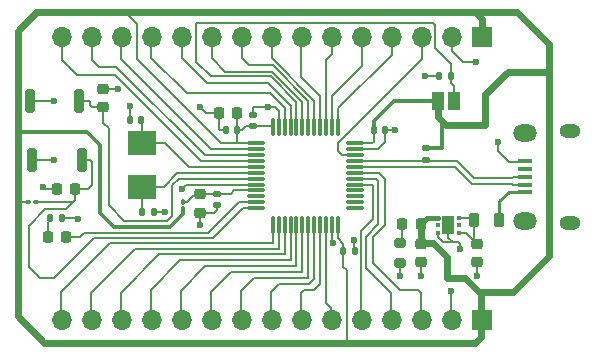
<source format=gbr>
%TF.GenerationSoftware,KiCad,Pcbnew,8.0.7*%
%TF.CreationDate,2025-01-11T18:27:58+02:00*%
%TF.ProjectId,STM32TrialPcb,53544d33-3254-4726-9961-6c5063622e6b,rev?*%
%TF.SameCoordinates,Original*%
%TF.FileFunction,Copper,L1,Top*%
%TF.FilePolarity,Positive*%
%FSLAX46Y46*%
G04 Gerber Fmt 4.6, Leading zero omitted, Abs format (unit mm)*
G04 Created by KiCad (PCBNEW 8.0.7) date 2025-01-11 18:27:58*
%MOMM*%
%LPD*%
G01*
G04 APERTURE LIST*
G04 Aperture macros list*
%AMRoundRect*
0 Rectangle with rounded corners*
0 $1 Rounding radius*
0 $2 $3 $4 $5 $6 $7 $8 $9 X,Y pos of 4 corners*
0 Add a 4 corners polygon primitive as box body*
4,1,4,$2,$3,$4,$5,$6,$7,$8,$9,$2,$3,0*
0 Add four circle primitives for the rounded corners*
1,1,$1+$1,$2,$3*
1,1,$1+$1,$4,$5*
1,1,$1+$1,$6,$7*
1,1,$1+$1,$8,$9*
0 Add four rect primitives between the rounded corners*
20,1,$1+$1,$2,$3,$4,$5,0*
20,1,$1+$1,$4,$5,$6,$7,0*
20,1,$1+$1,$6,$7,$8,$9,0*
20,1,$1+$1,$8,$9,$2,$3,0*%
G04 Aperture macros list end*
%TA.AperFunction,SMDPad,CuDef*%
%ADD10RoundRect,0.200000X-0.200000X-0.800000X0.200000X-0.800000X0.200000X0.800000X-0.200000X0.800000X0*%
%TD*%
%TA.AperFunction,SMDPad,CuDef*%
%ADD11RoundRect,0.218750X-0.218750X-0.256250X0.218750X-0.256250X0.218750X0.256250X-0.218750X0.256250X0*%
%TD*%
%TA.AperFunction,SMDPad,CuDef*%
%ADD12RoundRect,0.135000X0.135000X0.185000X-0.135000X0.185000X-0.135000X-0.185000X0.135000X-0.185000X0*%
%TD*%
%TA.AperFunction,SMDPad,CuDef*%
%ADD13RoundRect,0.140000X0.170000X-0.140000X0.170000X0.140000X-0.170000X0.140000X-0.170000X-0.140000X0*%
%TD*%
%TA.AperFunction,SMDPad,CuDef*%
%ADD14RoundRect,0.100000X0.100000X-0.130000X0.100000X0.130000X-0.100000X0.130000X-0.100000X-0.130000X0*%
%TD*%
%TA.AperFunction,SMDPad,CuDef*%
%ADD15RoundRect,0.135000X-0.135000X-0.185000X0.135000X-0.185000X0.135000X0.185000X-0.135000X0.185000X0*%
%TD*%
%TA.AperFunction,SMDPad,CuDef*%
%ADD16RoundRect,0.225000X-0.250000X0.225000X-0.250000X-0.225000X0.250000X-0.225000X0.250000X0.225000X0*%
%TD*%
%TA.AperFunction,SMDPad,CuDef*%
%ADD17RoundRect,0.218750X0.218750X0.381250X-0.218750X0.381250X-0.218750X-0.381250X0.218750X-0.381250X0*%
%TD*%
%TA.AperFunction,SMDPad,CuDef*%
%ADD18RoundRect,0.075000X-0.662500X-0.075000X0.662500X-0.075000X0.662500X0.075000X-0.662500X0.075000X0*%
%TD*%
%TA.AperFunction,SMDPad,CuDef*%
%ADD19RoundRect,0.075000X-0.075000X-0.662500X0.075000X-0.662500X0.075000X0.662500X-0.075000X0.662500X0*%
%TD*%
%TA.AperFunction,SMDPad,CuDef*%
%ADD20R,1.000000X1.500000*%
%TD*%
%TA.AperFunction,SMDPad,CuDef*%
%ADD21R,2.400000X2.000000*%
%TD*%
%TA.AperFunction,SMDPad,CuDef*%
%ADD22RoundRect,0.140000X-0.140000X-0.170000X0.140000X-0.170000X0.140000X0.170000X-0.140000X0.170000X0*%
%TD*%
%TA.AperFunction,SMDPad,CuDef*%
%ADD23RoundRect,0.140000X-0.170000X0.140000X-0.170000X-0.140000X0.170000X-0.140000X0.170000X0.140000X0*%
%TD*%
%TA.AperFunction,SMDPad,CuDef*%
%ADD24RoundRect,0.225000X0.225000X0.250000X-0.225000X0.250000X-0.225000X-0.250000X0.225000X-0.250000X0*%
%TD*%
%TA.AperFunction,SMDPad,CuDef*%
%ADD25RoundRect,0.100000X-0.130000X-0.100000X0.130000X-0.100000X0.130000X0.100000X-0.130000X0.100000X0*%
%TD*%
%TA.AperFunction,SMDPad,CuDef*%
%ADD26RoundRect,0.140000X0.140000X0.170000X-0.140000X0.170000X-0.140000X-0.170000X0.140000X-0.170000X0*%
%TD*%
%TA.AperFunction,SMDPad,CuDef*%
%ADD27RoundRect,0.200000X-0.275000X0.200000X-0.275000X-0.200000X0.275000X-0.200000X0.275000X0.200000X0*%
%TD*%
%TA.AperFunction,SMDPad,CuDef*%
%ADD28RoundRect,0.135000X-0.185000X0.135000X-0.185000X-0.135000X0.185000X-0.135000X0.185000X0.135000X0*%
%TD*%
%TA.AperFunction,ComponentPad*%
%ADD29O,1.700000X1.700000*%
%TD*%
%TA.AperFunction,ComponentPad*%
%ADD30R,1.700000X1.700000*%
%TD*%
%TA.AperFunction,SMDPad,CuDef*%
%ADD31R,1.300000X0.450000*%
%TD*%
%TA.AperFunction,ComponentPad*%
%ADD32O,1.800000X1.150000*%
%TD*%
%TA.AperFunction,ComponentPad*%
%ADD33O,2.000000X1.450000*%
%TD*%
%TA.AperFunction,SMDPad,CuDef*%
%ADD34RoundRect,0.093750X-0.093750X-0.106250X0.093750X-0.106250X0.093750X0.106250X-0.093750X0.106250X0*%
%TD*%
%TA.AperFunction,HeatsinkPad*%
%ADD35R,1.000000X1.600000*%
%TD*%
%TA.AperFunction,SMDPad,CuDef*%
%ADD36RoundRect,0.225000X0.250000X-0.225000X0.250000X0.225000X-0.250000X0.225000X-0.250000X-0.225000X0*%
%TD*%
%TA.AperFunction,ViaPad*%
%ADD37C,0.600000*%
%TD*%
%TA.AperFunction,Conductor*%
%ADD38C,0.300000*%
%TD*%
%TA.AperFunction,Conductor*%
%ADD39C,0.150000*%
%TD*%
%TA.AperFunction,Conductor*%
%ADD40C,0.600000*%
%TD*%
%TA.AperFunction,Conductor*%
%ADD41C,0.200000*%
%TD*%
%TA.AperFunction,Conductor*%
%ADD42C,0.250000*%
%TD*%
%TA.AperFunction,Conductor*%
%ADD43C,0.400000*%
%TD*%
G04 APERTURE END LIST*
D10*
%TO.P,SW2,2,2*%
%TO.N,NRST*%
X132152500Y-88392499D03*
%TO.P,SW2,1,1*%
%TO.N,GND*%
X127952500Y-88392499D03*
%TD*%
D11*
%TO.P,D1,1,K*%
%TO.N,Net-(D1-K)*%
X159517500Y-98782499D03*
%TO.P,D1,2,A*%
%TO.N,+3V3*%
X161092500Y-98782499D03*
%TD*%
D12*
%TO.P,R4,2*%
%TO.N,GND*%
X162590000Y-86300000D03*
%TO.P,R4,1*%
%TO.N,/BOOT0*%
X163610000Y-86300000D03*
%TD*%
D13*
%TO.P,C5,1*%
%TO.N,+3V3*%
X146860000Y-90510000D03*
%TO.P,C5,2*%
%TO.N,GND*%
X146860000Y-89550000D03*
%TD*%
D14*
%TO.P,L1,1,1*%
%TO.N,+3V3*%
X140920000Y-97560000D03*
%TO.P,L1,2,2*%
%TO.N,+3.3VA*%
X140920000Y-96920000D03*
%TD*%
D15*
%TO.P,R3,1*%
%TO.N,Net-(D2-K)*%
X129710000Y-98280000D03*
%TO.P,R3,2*%
%TO.N,GND*%
X130730000Y-98280000D03*
%TD*%
D11*
%TO.P,D2,1,K*%
%TO.N,Net-(D2-K)*%
X129477500Y-99892499D03*
%TO.P,D2,2,A*%
%TO.N,Net-(D2-A)*%
X131052500Y-99892499D03*
%TD*%
D10*
%TO.P,SW1,2,2*%
%TO.N,Net-(U2-PA2)*%
X132380000Y-93380000D03*
%TO.P,SW1,1,1*%
%TO.N,GND*%
X128180000Y-93380000D03*
%TD*%
D16*
%TO.P,C8,1*%
%TO.N,+5V*%
X165805000Y-100507499D03*
%TO.P,C8,2*%
%TO.N,GND*%
X165805000Y-102057499D03*
%TD*%
%TO.P,C1,1*%
%TO.N,+3.3VA*%
X142390000Y-96315000D03*
%TO.P,C1,2*%
%TO.N,GND*%
X142390000Y-97865000D03*
%TD*%
D17*
%TO.P,FB1,1*%
%TO.N,VCC*%
X167722500Y-98480000D03*
%TO.P,FB1,2*%
%TO.N,+5V*%
X165597500Y-98480000D03*
%TD*%
D18*
%TO.P,U2,1,VBAT*%
%TO.N,+3V3*%
X147140000Y-91979999D03*
%TO.P,U2,2,PC13*%
%TO.N,PC13*%
X147140000Y-92479999D03*
%TO.P,U2,3,PC14*%
%TO.N,PC14*%
X147140000Y-92979999D03*
%TO.P,U2,4,PC15*%
%TO.N,PC15*%
X147140000Y-93480000D03*
%TO.P,U2,5,PD0*%
%TO.N,/HSE_IN*%
X147140000Y-93979999D03*
%TO.P,U2,6,PD1*%
%TO.N,/HSE_OUT*%
X147140000Y-94479999D03*
%TO.P,U2,7,NRST*%
%TO.N,NRST*%
X147140000Y-94979999D03*
%TO.P,U2,8,VSSA*%
%TO.N,GND*%
X147140000Y-95479999D03*
%TO.P,U2,9,VDDA*%
%TO.N,+3.3VA*%
X147140000Y-95979998D03*
%TO.P,U2,10,PA0*%
%TO.N,unconnected-(U2-PA0-Pad10)*%
X147140000Y-96479999D03*
%TO.P,U2,11,PA1*%
%TO.N,Net-(D2-A)*%
X147140000Y-96979999D03*
%TO.P,U2,12,PA2*%
%TO.N,Net-(U2-PA2)*%
X147140000Y-97479999D03*
D19*
%TO.P,U2,13,PA3*%
%TO.N,PA3*%
X148552500Y-98892499D03*
%TO.P,U2,14,PA4*%
%TO.N,PA4*%
X149052500Y-98892499D03*
%TO.P,U2,15,PA5*%
%TO.N,PA5*%
X149552500Y-98892499D03*
%TO.P,U2,16,PA6*%
%TO.N,PA6*%
X150052501Y-98892499D03*
%TO.P,U2,17,PA7*%
%TO.N,PA7*%
X150552500Y-98892499D03*
%TO.P,U2,18,PB0*%
%TO.N,PB0*%
X151052500Y-98892499D03*
%TO.P,U2,19,PB1*%
%TO.N,PB1*%
X151552500Y-98892499D03*
%TO.P,U2,20,PB2*%
%TO.N,PB2*%
X152052500Y-98892499D03*
%TO.P,U2,21,PB10*%
%TO.N,PB10*%
X152552499Y-98892499D03*
%TO.P,U2,22,PB11*%
%TO.N,PB11*%
X153052500Y-98892499D03*
%TO.P,U2,23,VSS*%
%TO.N,GND*%
X153552500Y-98892499D03*
%TO.P,U2,24,VDD*%
%TO.N,+3V3*%
X154052500Y-98892499D03*
D18*
%TO.P,U2,25,PB12*%
%TO.N,unconnected-(U2-PB12-Pad25)*%
X155465000Y-97479999D03*
%TO.P,U2,26,PB13*%
%TO.N,unconnected-(U2-PB13-Pad26)*%
X155465000Y-96979999D03*
%TO.P,U2,27,PB14*%
%TO.N,unconnected-(U2-PB14-Pad27)*%
X155465000Y-96479999D03*
%TO.P,U2,28,PB15*%
%TO.N,unconnected-(U2-PB15-Pad28)*%
X155465000Y-95979998D03*
%TO.P,U2,29,PA8*%
%TO.N,PA8*%
X155465000Y-95479999D03*
%TO.P,U2,30,PA9*%
%TO.N,PA9*%
X155465000Y-94979999D03*
%TO.P,U2,31,PA10*%
%TO.N,PA10*%
X155465000Y-94479999D03*
%TO.P,U2,32,PA11*%
%TO.N,USB_D-*%
X155465000Y-93979999D03*
%TO.P,U2,33,PA12*%
%TO.N,USB_D+*%
X155465000Y-93480000D03*
%TO.P,U2,34,PA13*%
%TO.N,SWDIO*%
X155465000Y-92979999D03*
%TO.P,U2,35,VSS*%
%TO.N,GND*%
X155465000Y-92479999D03*
%TO.P,U2,36,VDD*%
%TO.N,+3V3*%
X155465000Y-91979999D03*
D19*
%TO.P,U2,37,PA14*%
%TO.N,SWCLK*%
X154052500Y-90567499D03*
%TO.P,U2,38,PA15*%
%TO.N,PA15*%
X153552500Y-90567499D03*
%TO.P,U2,39,PB3*%
%TO.N,SWO*%
X153052500Y-90567499D03*
%TO.P,U2,40,PB4*%
%TO.N,PB4*%
X152552499Y-90567499D03*
%TO.P,U2,41,PB5*%
%TO.N,PB5*%
X152052500Y-90567499D03*
%TO.P,U2,42,PB6*%
%TO.N,PB6*%
X151552500Y-90567499D03*
%TO.P,U2,43,PB7*%
%TO.N,PB7*%
X151052500Y-90567499D03*
%TO.P,U2,44,BOOT0*%
%TO.N,/BOOT0*%
X150552500Y-90567499D03*
%TO.P,U2,45,PB8*%
%TO.N,PB8*%
X150052501Y-90567499D03*
%TO.P,U2,46,PB9*%
%TO.N,PB9*%
X149552500Y-90567499D03*
%TO.P,U2,47,VSS*%
%TO.N,GND*%
X149052500Y-90567499D03*
%TO.P,U2,48,VDD*%
%TO.N,+3V3*%
X148552500Y-90567499D03*
%TD*%
D20*
%TO.P,JP1,1,A*%
%TO.N,/BOOT0*%
X163852500Y-88392499D03*
%TO.P,JP1,2,B*%
%TO.N,+3V3*%
X162552500Y-88392499D03*
%TD*%
D21*
%TO.P,Y1,2,2*%
%TO.N,/HSE_OUT*%
X137490000Y-95654999D03*
%TO.P,Y1,1,1*%
%TO.N,/HSE_IN*%
X137490000Y-91954999D03*
%TD*%
D16*
%TO.P,C9,1*%
%TO.N,+3V3*%
X161070000Y-100500000D03*
%TO.P,C9,2*%
%TO.N,GND*%
X161070000Y-102050000D03*
%TD*%
D22*
%TO.P,C7,1*%
%TO.N,+3V3*%
X157092500Y-90892499D03*
%TO.P,C7,2*%
%TO.N,GND*%
X158052500Y-90892499D03*
%TD*%
D23*
%TO.P,C2,2*%
%TO.N,GND*%
X143840000Y-97230000D03*
%TO.P,C2,1*%
%TO.N,+3.3VA*%
X143840000Y-96270000D03*
%TD*%
D24*
%TO.P,C3,1*%
%TO.N,+3V3*%
X145555000Y-89410000D03*
%TO.P,C3,2*%
%TO.N,GND*%
X144005000Y-89410000D03*
%TD*%
D25*
%TO.P,R2,1*%
%TO.N,+3V3*%
X127840000Y-96950000D03*
%TO.P,R2,2*%
%TO.N,Net-(U2-PA2)*%
X128480000Y-96950000D03*
%TD*%
D24*
%TO.P,C10,1*%
%TO.N,Net-(U2-PA2)*%
X131827500Y-95892499D03*
%TO.P,C10,2*%
%TO.N,GND*%
X130277500Y-95892499D03*
%TD*%
D26*
%TO.P,C4,1*%
%TO.N,+3V3*%
X145532500Y-90892499D03*
%TO.P,C4,2*%
%TO.N,GND*%
X144572500Y-90892499D03*
%TD*%
%TO.P,C12,1*%
%TO.N,/HSE_IN*%
X137400000Y-89980000D03*
%TO.P,C12,2*%
%TO.N,GND*%
X136440000Y-89980000D03*
%TD*%
D27*
%TO.P,R1,1*%
%TO.N,Net-(D1-K)*%
X159305000Y-100457499D03*
%TO.P,R1,2*%
%TO.N,GND*%
X159305000Y-102107499D03*
%TD*%
D22*
%TO.P,C6,1*%
%TO.N,+3V3*%
X154510000Y-101110000D03*
%TO.P,C6,2*%
%TO.N,GND*%
X155470000Y-101110000D03*
%TD*%
D28*
%TO.P,R5,1*%
%TO.N,+3V3*%
X161552500Y-92382499D03*
%TO.P,R5,2*%
%TO.N,USB_D+*%
X161552500Y-93402499D03*
%TD*%
D29*
%TO.P,J3,15,Pin_15*%
%TO.N,PA3*%
X130660000Y-106940000D03*
%TO.P,J3,14,Pin_14*%
%TO.N,PA4*%
X133200000Y-106940000D03*
%TO.P,J3,13,Pin_13*%
%TO.N,PA5*%
X135740000Y-106940000D03*
%TO.P,J3,12,Pin_12*%
%TO.N,PA6*%
X138280000Y-106940000D03*
%TO.P,J3,11,Pin_11*%
%TO.N,PA7*%
X140820000Y-106940000D03*
%TO.P,J3,10,Pin_10*%
%TO.N,PB0*%
X143360000Y-106940000D03*
%TO.P,J3,9,Pin_9*%
%TO.N,PB1*%
X145900000Y-106940000D03*
%TO.P,J3,8,Pin_8*%
%TO.N,PB2*%
X148440000Y-106940000D03*
%TO.P,J3,7,Pin_7*%
%TO.N,PB10*%
X150980000Y-106940000D03*
%TO.P,J3,6,Pin_6*%
%TO.N,PB11*%
X153520000Y-106940000D03*
%TO.P,J3,5,Pin_5*%
%TO.N,PA8*%
X156060000Y-106940000D03*
%TO.P,J3,4,Pin_4*%
%TO.N,PA9*%
X158600000Y-106940000D03*
%TO.P,J3,3,Pin_3*%
%TO.N,PA10*%
X161140000Y-106940000D03*
%TO.P,J3,2,Pin_2*%
%TO.N,GND*%
X163680000Y-106940000D03*
D30*
%TO.P,J3,1,Pin_1*%
%TO.N,+3V3*%
X166220000Y-106940000D03*
%TD*%
D22*
%TO.P,C13,1*%
%TO.N,/HSE_OUT*%
X137490000Y-97804999D03*
%TO.P,C13,2*%
%TO.N,GND*%
X138450000Y-97804999D03*
%TD*%
D29*
%TO.P,J2,15,Pin_15*%
%TO.N,PC15*%
X130660000Y-82960000D03*
%TO.P,J2,14,Pin_14*%
%TO.N,PC14*%
X133200000Y-82960000D03*
%TO.P,J2,13,Pin_13*%
%TO.N,PC13*%
X135740000Y-82960000D03*
%TO.P,J2,12,Pin_12*%
%TO.N,PB9*%
X138280000Y-82960000D03*
%TO.P,J2,11,Pin_11*%
%TO.N,PB8*%
X140820000Y-82960000D03*
%TO.P,J2,10,Pin_10*%
%TO.N,PB7*%
X143360000Y-82960000D03*
%TO.P,J2,9,Pin_9*%
%TO.N,PB6*%
X145900000Y-82960000D03*
%TO.P,J2,8,Pin_8*%
%TO.N,PB5*%
X148440000Y-82960000D03*
%TO.P,J2,7,Pin_7*%
%TO.N,PB4*%
X150980000Y-82960000D03*
%TO.P,J2,6,Pin_6*%
%TO.N,SWO*%
X153520000Y-82960000D03*
%TO.P,J2,5,Pin_5*%
%TO.N,PA15*%
X156060000Y-82960000D03*
%TO.P,J2,4,Pin_4*%
%TO.N,SWCLK*%
X158600000Y-82960000D03*
%TO.P,J2,3,Pin_3*%
%TO.N,SWDIO*%
X161140000Y-82960000D03*
%TO.P,J2,2,Pin_2*%
%TO.N,GND*%
X163680000Y-82960000D03*
D30*
%TO.P,J2,1,Pin_1*%
%TO.N,+3V3*%
X166220000Y-82960000D03*
%TD*%
D31*
%TO.P,J1,1,VBUS*%
%TO.N,VCC*%
X169890000Y-96125000D03*
%TO.P,J1,2,D-*%
%TO.N,USB_D-*%
X169890000Y-95475000D03*
%TO.P,J1,3,D+*%
%TO.N,USB_D+*%
X169890000Y-94825000D03*
%TO.P,J1,4,ID*%
%TO.N,unconnected-(J1-ID-Pad4)*%
X169890000Y-94175000D03*
%TO.P,J1,5,GND*%
%TO.N,GND*%
X169890000Y-93525000D03*
D32*
%TO.P,J1,6,Shield*%
%TO.N,unconnected-(J1-Shield-Pad6)_1*%
X173740000Y-98700000D03*
D33*
%TO.N,unconnected-(J1-Shield-Pad6)_2*%
X169940000Y-98550000D03*
%TO.N,unconnected-(J1-Shield-Pad6)_3*%
X169940000Y-91100000D03*
D32*
%TO.N,unconnected-(J1-Shield-Pad6)*%
X173740000Y-90950000D03*
%TD*%
D34*
%TO.P,U1,1,OUT*%
%TO.N,+3V3*%
X162530000Y-98282499D03*
%TO.P,U1,2,NC*%
%TO.N,unconnected-(U1-NC-Pad2)*%
X162530000Y-98932499D03*
%TO.P,U1,3,GND*%
%TO.N,GND*%
X162530000Y-99582499D03*
%TO.P,U1,4,EN*%
%TO.N,+5V*%
X164305000Y-99582499D03*
%TO.P,U1,5,NC*%
%TO.N,unconnected-(U1-NC-Pad5)*%
X164305000Y-98932499D03*
%TO.P,U1,6,IN*%
%TO.N,+5V*%
X164305000Y-98282499D03*
D35*
%TO.P,U1,7,GND*%
%TO.N,GND*%
X163417500Y-98932499D03*
%TD*%
D36*
%TO.P,C11,1*%
%TO.N,NRST*%
X134160000Y-88905000D03*
%TO.P,C11,2*%
%TO.N,GND*%
X134160000Y-87355000D03*
%TD*%
D37*
%TO.N,GND*%
X135420000Y-87400000D03*
X142400000Y-98940000D03*
X136440000Y-88790000D03*
X164370000Y-100960000D03*
X140870000Y-95830000D03*
X129052500Y-95642499D03*
X132052500Y-98392499D03*
X130052500Y-93392499D03*
X139445000Y-97804999D03*
X165730000Y-85140000D03*
X148170000Y-88900000D03*
X161070000Y-103210000D03*
X165840000Y-103250000D03*
X167652500Y-91892499D03*
X155462500Y-100160000D03*
X161410000Y-86300000D03*
X153602500Y-100430000D03*
X159305000Y-103220000D03*
X163652500Y-104490000D03*
X130052500Y-88392499D03*
X158920000Y-90880000D03*
X142380000Y-88940000D03*
%TD*%
D38*
%TO.N,+3V3*%
X140920000Y-97990000D02*
X140920000Y-97560000D01*
X135097499Y-99067499D02*
X139842501Y-99067499D01*
X139842501Y-99067499D02*
X140920000Y-97990000D01*
X133927500Y-97897500D02*
X135097499Y-99067499D01*
X133927500Y-92147500D02*
X133927500Y-97897500D01*
X127080000Y-91000000D02*
X132780000Y-91000000D01*
X132780000Y-91000000D02*
X133927500Y-92147500D01*
D39*
X126990000Y-96950000D02*
X126950000Y-96910000D01*
X127840000Y-96950000D02*
X126990000Y-96950000D01*
D40*
X126950000Y-96910000D02*
X126950000Y-82452499D01*
X126950000Y-106640000D02*
X126950000Y-96910000D01*
D41*
%TO.N,Net-(U2-PA2)*%
X131000000Y-97560000D02*
X131770000Y-96790000D01*
X129260000Y-97560000D02*
X131000000Y-97560000D01*
D39*
X131770000Y-96790000D02*
X131610000Y-96950000D01*
X131830000Y-96730000D02*
X131770000Y-96790000D01*
X131610000Y-96950000D02*
X128480000Y-96950000D01*
X131827500Y-96727500D02*
X131830000Y-96730000D01*
X131827500Y-95892499D02*
X131827500Y-96727500D01*
D41*
X146010001Y-97479999D02*
X147140000Y-97479999D01*
X143497501Y-99992499D02*
X146010001Y-97479999D01*
X130040000Y-103390000D02*
X133437501Y-99992499D01*
X133437501Y-99992499D02*
X143497501Y-99992499D01*
X127872500Y-98947500D02*
X127872500Y-102432500D01*
X129260000Y-97560000D02*
X127872500Y-98947500D01*
X127872500Y-102432500D02*
X128830000Y-103390000D01*
X128830000Y-103390000D02*
X130040000Y-103390000D01*
D39*
%TO.N,GND*%
X131940001Y-98280000D02*
X132052500Y-98392499D01*
X130602499Y-98280000D02*
X131940001Y-98280000D01*
%TO.N,Net-(U2-PA2)*%
X133270000Y-93560000D02*
X133270000Y-95520000D01*
X133090000Y-93380000D02*
X133270000Y-93560000D01*
X133270000Y-95520000D02*
X132897501Y-95892499D01*
X132380000Y-93380000D02*
X133090000Y-93380000D01*
X132897501Y-95892499D02*
X131827500Y-95892499D01*
D40*
%TO.N,+3V3*%
X126950000Y-82452499D02*
X128510000Y-80892499D01*
X128510000Y-80892499D02*
X136052500Y-80892499D01*
X126950000Y-106640000D02*
X129202499Y-108892499D01*
X129202499Y-108892499D02*
X155052500Y-108892499D01*
D41*
%TO.N,GND*%
X165805000Y-103215000D02*
X165840000Y-103250000D01*
X165805000Y-102057499D02*
X165805000Y-103215000D01*
D39*
X161070000Y-103210000D02*
X161070000Y-102050000D01*
%TO.N,Net-(D1-K)*%
X159517500Y-99750000D02*
X159517500Y-100244999D01*
X159517500Y-98782499D02*
X159517500Y-99750000D01*
X159517500Y-100244999D02*
X159305000Y-100457499D01*
D40*
%TO.N,+3V3*%
X161070000Y-98804999D02*
X161092500Y-98782499D01*
X161070000Y-100435000D02*
X161070000Y-98804999D01*
X163270000Y-103395000D02*
X163270000Y-101610000D01*
X164819339Y-103395000D02*
X163270000Y-103395000D01*
X166034339Y-104610000D02*
X164819339Y-103395000D01*
X163270000Y-101610000D02*
X162095000Y-100435000D01*
X162095000Y-100435000D02*
X161070000Y-100435000D01*
X166172500Y-104610000D02*
X166034339Y-104610000D01*
D41*
X146300000Y-90510000D02*
X146860000Y-90510000D01*
X145917501Y-90892499D02*
X146300000Y-90510000D01*
X145532500Y-90892499D02*
X145917501Y-90892499D01*
D39*
%TO.N,GND*%
X148720000Y-88900000D02*
X149052500Y-89232500D01*
X148170000Y-88900000D02*
X148720000Y-88900000D01*
X149052500Y-89232500D02*
X149052500Y-90567499D01*
X146860000Y-88940000D02*
X146860000Y-89550000D01*
X146900000Y-88900000D02*
X146860000Y-88940000D01*
X148170000Y-88900000D02*
X146900000Y-88900000D01*
D41*
X144005000Y-90815000D02*
X144005000Y-89410000D01*
X144572500Y-90892499D02*
X144082499Y-90892499D01*
X144082499Y-90892499D02*
X144005000Y-90815000D01*
%TO.N,PB4*%
X150950000Y-86370000D02*
X150950000Y-82990000D01*
X152552499Y-90567499D02*
X152552499Y-87972499D01*
X152552499Y-87972499D02*
X150950000Y-86370000D01*
X150950000Y-82990000D02*
X150980000Y-82960000D01*
%TO.N,SWO*%
X153040000Y-84930000D02*
X153520000Y-84450000D01*
X153520000Y-84450000D02*
X153520000Y-82960000D01*
X153052500Y-90567499D02*
X153052500Y-84942500D01*
X153052500Y-84942500D02*
X153040000Y-84930000D01*
%TO.N,PA15*%
X153552500Y-87937500D02*
X153552500Y-90567499D01*
X156060000Y-82960000D02*
X156060000Y-85430000D01*
X156060000Y-85430000D02*
X153552500Y-87937500D01*
%TO.N,GND*%
X142380000Y-88940000D02*
X142850000Y-89410000D01*
X142850000Y-89410000D02*
X144005000Y-89410000D01*
D39*
%TO.N,+3V3*%
X148465001Y-90480000D02*
X148552500Y-90567499D01*
X147030000Y-90480000D02*
X148465001Y-90480000D01*
D41*
X145532500Y-89432500D02*
X145555000Y-89410000D01*
X145472499Y-89392499D02*
X145532500Y-89452500D01*
%TO.N,Net-(D2-A)*%
X132227501Y-99892499D02*
X131052500Y-99892499D01*
X132527501Y-99592499D02*
X132227501Y-99892499D01*
X143052500Y-99592499D02*
X132527501Y-99592499D01*
X145665000Y-96979999D02*
X143052500Y-99592499D01*
X147140000Y-96979999D02*
X145665000Y-96979999D01*
D39*
%TO.N,Net-(U2-PA2)*%
X128520000Y-97000000D02*
X128600000Y-97080000D01*
D41*
%TO.N,GND*%
X127952500Y-88392499D02*
X130052500Y-88392499D01*
X130092499Y-88392499D02*
X130052500Y-88392499D01*
%TO.N,/HSE_IN*%
X141419999Y-93979999D02*
X147140000Y-93979999D01*
X139394999Y-91954999D02*
X141419999Y-93979999D01*
X137490000Y-91954999D02*
X139394999Y-91954999D01*
%TO.N,/HSE_OUT*%
X147107500Y-94512499D02*
X147140000Y-94479999D01*
X140447501Y-94512499D02*
X147107500Y-94512499D01*
X139305001Y-95654999D02*
X140447501Y-94512499D01*
X137490000Y-95654999D02*
X139305001Y-95654999D01*
%TO.N,GND*%
X141220001Y-95479999D02*
X147140000Y-95479999D01*
X140870000Y-95830000D02*
X141220001Y-95479999D01*
%TO.N,+3V3*%
X137010000Y-81849999D02*
X136052500Y-80892499D01*
X144139999Y-91979999D02*
X137010000Y-84850000D01*
X145640000Y-91979999D02*
X144139999Y-91979999D01*
X137010000Y-84850000D02*
X137010000Y-81849999D01*
X154510000Y-102460000D02*
X154510000Y-101110000D01*
X154800000Y-102750000D02*
X154510000Y-102460000D01*
X155052500Y-108892499D02*
X154800000Y-108639999D01*
X154800000Y-108639999D02*
X154800000Y-102750000D01*
D39*
%TO.N,GND*%
X163680000Y-84160000D02*
X163680000Y-82960000D01*
X164660000Y-85140000D02*
X163680000Y-84160000D01*
X165730000Y-85140000D02*
X164660000Y-85140000D01*
D38*
%TO.N,+3V3*%
X162910000Y-92382499D02*
X161552500Y-92382499D01*
X166530000Y-90420000D02*
X162910000Y-90420000D01*
X162910000Y-90420000D02*
X162910000Y-92382499D01*
D41*
%TO.N,GND*%
X161410000Y-86300000D02*
X162590000Y-86300000D01*
D40*
%TO.N,+3V3*%
X162552500Y-89742499D02*
X162552500Y-88392499D01*
X163230001Y-90420000D02*
X162552500Y-89742499D01*
X166530000Y-90420000D02*
X163230001Y-90420000D01*
D39*
%TO.N,GND*%
X158052500Y-91867500D02*
X158052500Y-90892499D01*
X157440001Y-92479999D02*
X158052500Y-91867500D01*
X155465000Y-92479999D02*
X157440001Y-92479999D01*
D42*
%TO.N,+3V3*%
X162544999Y-88400000D02*
X162552500Y-88392499D01*
D38*
X158794999Y-88400000D02*
X162544999Y-88400000D01*
X157127500Y-90067499D02*
X158794999Y-88400000D01*
X157127500Y-90647499D02*
X157127500Y-90067499D01*
D41*
%TO.N,GND*%
X158064999Y-90880000D02*
X158052500Y-90892499D01*
X158920000Y-90880000D02*
X158064999Y-90880000D01*
D40*
%TO.N,+3V3*%
X166530000Y-87850000D02*
X166530000Y-90420000D01*
X168460000Y-85920000D02*
X166530000Y-87850000D01*
X171947500Y-85920000D02*
X168460000Y-85920000D01*
D41*
%TO.N,GND*%
X163632500Y-106892500D02*
X163680000Y-106940000D01*
X163632500Y-104510000D02*
X163632500Y-106892500D01*
X163652500Y-104490000D02*
X163632500Y-104510000D01*
D39*
X164200000Y-100370000D02*
X163780000Y-100370000D01*
X164370000Y-100540000D02*
X164200000Y-100370000D01*
X164370000Y-100960000D02*
X164370000Y-100540000D01*
X162980000Y-100370000D02*
X163780000Y-100370000D01*
X162530000Y-99582499D02*
X162530000Y-99920000D01*
X162530000Y-99920000D02*
X162980000Y-100370000D01*
X163780000Y-100370000D02*
X163417500Y-100007500D01*
X163417500Y-100007500D02*
X163417500Y-98932499D01*
X155462500Y-100160000D02*
X155462500Y-101102500D01*
X155462500Y-101102500D02*
X155470000Y-101110000D01*
D41*
X153602500Y-100430000D02*
X153552500Y-100380000D01*
X153552500Y-100380000D02*
X153552500Y-98892499D01*
D39*
%TO.N,+3V3*%
X154510000Y-100500000D02*
X154510000Y-101110000D01*
X154052500Y-100042500D02*
X154510000Y-100500000D01*
X154052500Y-98892499D02*
X154052500Y-100042500D01*
%TO.N,SWDIO*%
X154052500Y-91957500D02*
X161160000Y-84850000D01*
X161160000Y-82980000D02*
X161140000Y-82960000D01*
X154052500Y-92642499D02*
X154052500Y-91957500D01*
X154390000Y-92979999D02*
X154052500Y-92642499D01*
X161160000Y-84850000D02*
X161160000Y-82980000D01*
X155465000Y-92979999D02*
X154390000Y-92979999D01*
%TO.N,GND*%
X142390000Y-98930000D02*
X142400000Y-98940000D01*
X142390000Y-97865000D02*
X142390000Y-98930000D01*
X143840000Y-97630000D02*
X143840000Y-97230000D01*
X143605000Y-97865000D02*
X143840000Y-97630000D01*
X143605000Y-97865000D02*
X142390000Y-97865000D01*
%TO.N,+3.3VA*%
X143795000Y-96315000D02*
X143840000Y-96270000D01*
X142390000Y-96315000D02*
X143795000Y-96315000D01*
X141875000Y-96365000D02*
X141320000Y-96920000D01*
X141320000Y-96920000D02*
X140920000Y-96920000D01*
X142410000Y-96365000D02*
X141875000Y-96365000D01*
X144980000Y-96270000D02*
X145270002Y-95979998D01*
X145270002Y-95979998D02*
X147140000Y-95979998D01*
X143840000Y-96270000D02*
X144980000Y-96270000D01*
%TO.N,GND*%
X136440000Y-88790000D02*
X136440000Y-89980000D01*
D41*
%TO.N,Net-(D2-K)*%
X129477500Y-99892499D02*
X129477500Y-98614999D01*
%TO.N,PB7*%
X144495342Y-85925342D02*
X143360000Y-84790000D01*
X148519657Y-85925342D02*
X144495342Y-85925342D01*
X151052500Y-88458185D02*
X148519657Y-85925342D01*
X151052500Y-90567499D02*
X151052500Y-88458185D01*
X143360000Y-84790000D02*
X143360000Y-82960000D01*
%TO.N,PB6*%
X151552500Y-88392499D02*
X151552500Y-90567499D01*
X146562499Y-85392499D02*
X148552500Y-85392499D01*
X148552500Y-85392499D02*
X151552500Y-88392499D01*
X145900000Y-82960000D02*
X145900000Y-84730000D01*
X145900000Y-84730000D02*
X146562499Y-85392499D01*
%TO.N,PB9*%
X141282499Y-87752499D02*
X148302500Y-87752499D01*
X138260000Y-84730000D02*
X141282499Y-87752499D01*
X148302500Y-87752499D02*
X149552500Y-89002499D01*
X138260000Y-82980000D02*
X138260000Y-84730000D01*
X138280000Y-82960000D02*
X138260000Y-82980000D01*
X149552500Y-89002499D02*
X149552500Y-90567499D01*
%TO.N,PC13*%
X135730000Y-84880000D02*
X135730000Y-82970000D01*
X143329999Y-92479999D02*
X135730000Y-84880000D01*
X135730000Y-82970000D02*
X135740000Y-82960000D01*
X147140000Y-92479999D02*
X143329999Y-92479999D01*
%TO.N,PC15*%
X130660000Y-84900000D02*
X130660000Y-82960000D01*
X135210000Y-86240000D02*
X132000000Y-86240000D01*
X132000000Y-86240000D02*
X130660000Y-84900000D01*
X142450000Y-93480000D02*
X135210000Y-86240000D01*
X147140000Y-93480000D02*
X142450000Y-93480000D01*
%TO.N,PC14*%
X133200000Y-84900000D02*
X133200000Y-82960000D01*
X133810000Y-85510000D02*
X133200000Y-84900000D01*
X135310000Y-85510000D02*
X133810000Y-85510000D01*
X142779999Y-92979999D02*
X135310000Y-85510000D01*
X147140000Y-92979999D02*
X142779999Y-92979999D01*
D42*
%TO.N,VCC*%
X168505000Y-96125000D02*
X169890000Y-96125000D01*
X167722500Y-98480000D02*
X167722500Y-96907500D01*
X167722500Y-96907500D02*
X168505000Y-96125000D01*
D41*
%TO.N,+3V3*%
X157092500Y-90682499D02*
X157127500Y-90647499D01*
X157092500Y-90892499D02*
X157092500Y-90682499D01*
D39*
%TO.N,GND*%
X169855000Y-93555000D02*
X168565000Y-93555000D01*
X168565000Y-93555000D02*
X167652500Y-92642500D01*
X167652500Y-92642500D02*
X167652500Y-91892499D01*
%TO.N,+5V*%
X165399999Y-98282499D02*
X165597500Y-98480000D01*
X164305000Y-98282499D02*
X165399999Y-98282499D01*
X165597500Y-100299999D02*
X165805000Y-100507499D01*
X165597500Y-98480000D02*
X165597500Y-100299999D01*
D41*
%TO.N,USB_D-*%
X168879999Y-95505000D02*
X169855000Y-95505000D01*
X168779999Y-95405000D02*
X168879999Y-95505000D01*
X165386800Y-95405000D02*
X168779999Y-95405000D01*
X163936799Y-93954999D02*
X165386800Y-95405000D01*
X156596251Y-93954999D02*
X163936799Y-93954999D01*
X156571251Y-93979999D02*
X156596251Y-93954999D01*
%TO.N,USB_D+*%
X168879999Y-94855000D02*
X169855000Y-94855000D01*
%TO.N,USB_D-*%
X155465000Y-93979999D02*
X156571251Y-93979999D01*
%TO.N,USB_D+*%
X165573200Y-94955000D02*
X168779999Y-94955000D01*
X156596251Y-93505000D02*
X164123200Y-93505000D01*
X168779999Y-94955000D02*
X168879999Y-94855000D01*
X164123200Y-93505000D02*
X165573200Y-94955000D01*
X156571251Y-93480000D02*
X156596251Y-93505000D01*
X155465000Y-93480000D02*
X156571251Y-93480000D01*
%TO.N,GND*%
X159305000Y-102107499D02*
X159305000Y-103220000D01*
D40*
%TO.N,+3V3*%
X165657501Y-108892499D02*
X155052500Y-108892499D01*
X166172500Y-108377500D02*
X165657501Y-108892499D01*
X166172500Y-104610000D02*
X166172500Y-108377500D01*
D41*
%TO.N,PA9*%
X158552500Y-106892500D02*
X158600000Y-106940000D01*
X158552500Y-104652500D02*
X158552500Y-106892500D01*
X157452500Y-98852499D02*
X156412500Y-99892499D01*
X157452500Y-95182499D02*
X157452500Y-98852499D01*
X156412500Y-99892499D02*
X156412500Y-102512500D01*
X157250000Y-94979999D02*
X157452500Y-95182499D01*
X155465000Y-94979999D02*
X157250000Y-94979999D01*
X156412500Y-102512500D02*
X158552500Y-104652500D01*
%TO.N,PA8*%
X157052500Y-98392499D02*
X156012500Y-99432499D01*
X156012500Y-99432499D02*
X156012500Y-106892500D01*
X157052500Y-95482499D02*
X157052500Y-98392499D01*
X157050000Y-95479999D02*
X157052500Y-95482499D01*
X156012500Y-106892500D02*
X156060000Y-106940000D01*
X155465000Y-95479999D02*
X157050000Y-95479999D01*
%TO.N,PB10*%
X150932500Y-104637500D02*
X150932500Y-106892500D01*
X150932500Y-106892500D02*
X150980000Y-106940000D01*
X152044999Y-104400000D02*
X151170000Y-104400000D01*
X151170000Y-104400000D02*
X150932500Y-104637500D01*
X152552499Y-103892500D02*
X152044999Y-104400000D01*
X152552499Y-98892499D02*
X152552499Y-103892500D01*
%TO.N,PA6*%
X138232500Y-106892500D02*
X138280000Y-106940000D01*
X150052500Y-101892499D02*
X140717501Y-101892499D01*
X138232500Y-104377500D02*
X138232500Y-106892500D01*
X150052501Y-101892498D02*
X150052500Y-101892499D01*
X140717501Y-101892499D02*
X138232500Y-104377500D01*
X150052501Y-98892499D02*
X150052501Y-101892498D01*
%TO.N,PA5*%
X138937501Y-101392499D02*
X135692500Y-104637500D01*
X149552500Y-101392499D02*
X138937501Y-101392499D01*
X135692500Y-104637500D02*
X135692500Y-106892500D01*
X149552500Y-98892499D02*
X149552500Y-101392499D01*
X135692500Y-106892500D02*
X135740000Y-106940000D01*
D40*
%TO.N,+3V3*%
X165642499Y-80892499D02*
X169242499Y-80892499D01*
X171947500Y-101567499D02*
X168904999Y-104610000D01*
X169242499Y-80892499D02*
X171947500Y-83597500D01*
X168904999Y-104610000D02*
X166172500Y-104610000D01*
D41*
%TO.N,PA3*%
X130612500Y-106892500D02*
X130660000Y-106940000D01*
X130612500Y-104577500D02*
X130612500Y-106892500D01*
X134797501Y-100392499D02*
X130612500Y-104577500D01*
X148552500Y-100392499D02*
X134797501Y-100392499D01*
X148552500Y-98892499D02*
X148552500Y-100392499D01*
%TO.N,PA4*%
X133152500Y-106892500D02*
X133200000Y-106940000D01*
X136887501Y-100892499D02*
X133152500Y-104627500D01*
X149052500Y-100892499D02*
X136887501Y-100892499D01*
X149052500Y-98892499D02*
X149052500Y-100892499D01*
X133152500Y-104627500D02*
X133152500Y-106892500D01*
%TO.N,PA7*%
X140772500Y-106892500D02*
X140820000Y-106940000D01*
X140772500Y-104457500D02*
X140772500Y-106892500D01*
X142837501Y-102392499D02*
X140772500Y-104457500D01*
X150552500Y-102392499D02*
X142837501Y-102392499D01*
X150552500Y-98892499D02*
X150552500Y-102392499D01*
%TO.N,PB0*%
X143312500Y-106892500D02*
X143360000Y-106940000D01*
X143312500Y-104547500D02*
X143312500Y-106892500D01*
X144967501Y-102892499D02*
X143312500Y-104547500D01*
X151052500Y-102892499D02*
X144967501Y-102892499D01*
X151052500Y-98892499D02*
X151052500Y-102892499D01*
%TO.N,PB1*%
X145852500Y-106892500D02*
X145900000Y-106940000D01*
X146967501Y-103392499D02*
X145852500Y-104507500D01*
X145852500Y-104507500D02*
X145852500Y-106892500D01*
X151552500Y-103392499D02*
X146967501Y-103392499D01*
X151552500Y-98892499D02*
X151552500Y-103392499D01*
%TO.N,PA10*%
X161092500Y-106892500D02*
X161140000Y-106940000D01*
X161092500Y-104682500D02*
X161092500Y-106892500D01*
X159292499Y-104392499D02*
X160802499Y-104392499D01*
X157052500Y-99892499D02*
X157052500Y-102152500D01*
X158052500Y-98892499D02*
X157052500Y-99892499D01*
X158052500Y-95022499D02*
X158052500Y-98892499D01*
X157510000Y-94479999D02*
X158052500Y-95022499D01*
X155465000Y-94479999D02*
X157510000Y-94479999D01*
X157052500Y-102152500D02*
X159292499Y-104392499D01*
X160802499Y-104392499D02*
X161092500Y-104682500D01*
%TO.N,PB2*%
X148392500Y-106892500D02*
X148440000Y-106940000D01*
X148392500Y-104607500D02*
X148392500Y-106892500D01*
X149107501Y-103892499D02*
X148392500Y-104607500D01*
X151618185Y-103892499D02*
X149107501Y-103892499D01*
X152052500Y-103458184D02*
X151618185Y-103892499D01*
X152052500Y-98892499D02*
X152052500Y-103458184D01*
%TO.N,PB11*%
X153472500Y-106892500D02*
X153520000Y-106940000D01*
X153472500Y-105892499D02*
X153472500Y-106892500D01*
D40*
%TO.N,+3V3*%
X165880000Y-81130000D02*
X166220000Y-81470000D01*
X165642499Y-80892499D02*
X165880000Y-81130000D01*
X166220000Y-81470000D02*
X166220000Y-82960000D01*
X136052500Y-80892499D02*
X165642499Y-80892499D01*
D41*
X162552500Y-88392499D02*
X162552500Y-88942499D01*
%TO.N,/BOOT0*%
X163610000Y-85270000D02*
X163610000Y-86300000D01*
X162290000Y-83950000D02*
X163610000Y-85270000D01*
X162097501Y-81772499D02*
X162290000Y-81964998D01*
X143345343Y-86325342D02*
X142080000Y-85059999D01*
X162290000Y-81964998D02*
X162290000Y-83950000D01*
X148353971Y-86325342D02*
X143345343Y-86325342D01*
X142080000Y-85059999D02*
X142080000Y-81772499D01*
X150552500Y-88523871D02*
X148353971Y-86325342D01*
X142080000Y-81772499D02*
X162097501Y-81772499D01*
X150552500Y-90567499D02*
X150552500Y-88523871D01*
%TO.N,SWDIO*%
X161322500Y-83368845D02*
X161322500Y-82416153D01*
%TO.N,PB7*%
X143360000Y-82960000D02*
X143017501Y-83302499D01*
D39*
%TO.N,SWDIO*%
X155465000Y-92979999D02*
X155595000Y-92979999D01*
D41*
%TO.N,+3V3*%
X161092500Y-100294999D02*
X161305000Y-100507499D01*
D43*
X161592500Y-98282499D02*
X161092500Y-98782499D01*
D41*
%TO.N,GND*%
X139502500Y-97862499D02*
X139445000Y-97804999D01*
X139445000Y-97804999D02*
X138450000Y-97804999D01*
X144572500Y-90892499D02*
X144572500Y-90687499D01*
%TO.N,+5V*%
X164305000Y-99582499D02*
X164880000Y-99582499D01*
X164880000Y-99582499D02*
X165805000Y-100507499D01*
%TO.N,+3V3*%
X161305000Y-98994999D02*
X161092500Y-98782499D01*
X145532500Y-91872499D02*
X145532500Y-90892499D01*
X145640000Y-91979999D02*
X145532500Y-91872499D01*
X147140000Y-91979999D02*
X145640000Y-91979999D01*
%TO.N,/HSE_IN*%
X137510000Y-89804999D02*
X137510000Y-91934999D01*
X137510000Y-91934999D02*
X137490000Y-91954999D01*
X137490000Y-91954999D02*
X137552500Y-91892499D01*
%TO.N,/HSE_OUT*%
X137490000Y-95654999D02*
X137490000Y-97804999D01*
%TO.N,USB_D+*%
X156052500Y-93480000D02*
X156077500Y-93505000D01*
%TO.N,USB_D-*%
X156052500Y-93979999D02*
X156077500Y-93954999D01*
%TO.N,PB11*%
X153052500Y-105472499D02*
X153472500Y-105892499D01*
X153052500Y-98892499D02*
X153052500Y-105472499D01*
%TO.N,+3V3*%
X155465000Y-91979999D02*
X156965000Y-91979999D01*
X156965000Y-91979999D02*
X157092500Y-91852499D01*
X157092500Y-91852499D02*
X157092500Y-90892499D01*
%TO.N,/BOOT0*%
X163610000Y-86300000D02*
X163610000Y-86900000D01*
X163852500Y-87142500D02*
X163852500Y-88392499D01*
X163610000Y-86900000D02*
X163852500Y-87142500D01*
D43*
%TO.N,+3V3*%
X161592500Y-98282499D02*
X162530000Y-98282499D01*
D40*
X171947500Y-83597500D02*
X171947500Y-85920000D01*
X171947500Y-85920000D02*
X171947500Y-101567499D01*
D41*
%TO.N,SWCLK*%
X158600000Y-84480000D02*
X158600000Y-82960000D01*
X154052500Y-89027500D02*
X158600000Y-84480000D01*
X154052500Y-90567499D02*
X154052500Y-89027500D01*
%TO.N,GND*%
X130052500Y-93392499D02*
X127952500Y-93392499D01*
D39*
X129302500Y-95892499D02*
X129052500Y-95642499D01*
X130277500Y-95892499D02*
X129302500Y-95892499D01*
D41*
%TO.N,NRST*%
X132152500Y-88392499D02*
X133072499Y-88392499D01*
X133072499Y-88722499D02*
X133255000Y-88905000D01*
X133072499Y-88392499D02*
X133072499Y-88722499D01*
X133255000Y-88905000D02*
X134160000Y-88905000D01*
X134650000Y-90720000D02*
X134160000Y-90230000D01*
X147140000Y-94979999D02*
X140580001Y-94979999D01*
X140580001Y-94979999D02*
X140052500Y-95507500D01*
X140052500Y-95507500D02*
X140052500Y-98097500D01*
X139590000Y-98560000D02*
X135990000Y-98560000D01*
X140052500Y-98097500D02*
X139590000Y-98560000D01*
X134650000Y-97220000D02*
X134650000Y-90720000D01*
X135990000Y-98560000D02*
X134650000Y-97220000D01*
X134160000Y-90230000D02*
X134160000Y-88905000D01*
D39*
%TO.N,GND*%
X135420000Y-87400000D02*
X134205000Y-87400000D01*
X134205000Y-87400000D02*
X134160000Y-87355000D01*
D41*
%TO.N,Net-(U2-PA2)*%
X131827500Y-95892499D02*
X132152500Y-95567499D01*
%TO.N,PB8*%
X140820000Y-84750000D02*
X140820000Y-82960000D01*
X150052501Y-88812500D02*
X148132500Y-86892499D01*
X150052501Y-90567499D02*
X150052501Y-88812500D01*
X148132500Y-86892499D02*
X142962499Y-86892499D01*
X142962499Y-86892499D02*
X140820000Y-84750000D01*
%TO.N,+3V3*%
X145532500Y-90892499D02*
X145532500Y-89432500D01*
%TO.N,PB5*%
X148440000Y-84785024D02*
X148440000Y-82960000D01*
X152052500Y-88397524D02*
X148440000Y-84785024D01*
X152052500Y-90567499D02*
X152052500Y-88397524D01*
%TD*%
M02*

</source>
